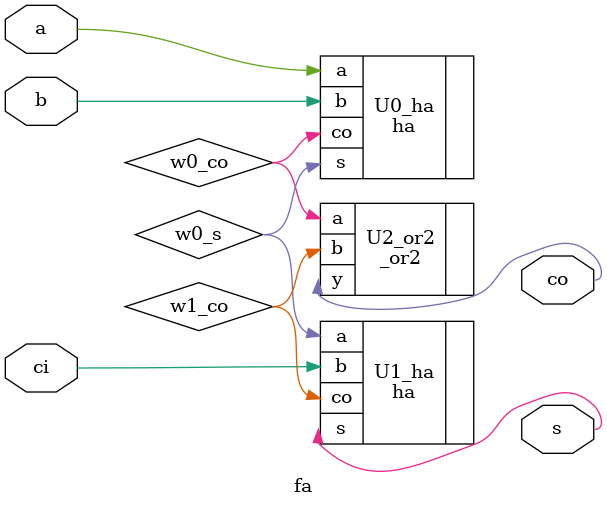
<source format=v>
module fa(a, b, ci, s, co) ;
//full adder
	input a, b, ci ; 
	output s, co ;

	wire w0_s, w0_co, w1_co ;

	ha U0_ha(.a(a), .b(b), .s(w0_s), .co(w0_co));
	ha U1_ha(.a(w0_s), .b(ci), .s(s), .co(w1_co));
	_or2 U2_or2(.a(w0_co), .b(w1_co), .y(co)); 

endmodule
	
	
</source>
